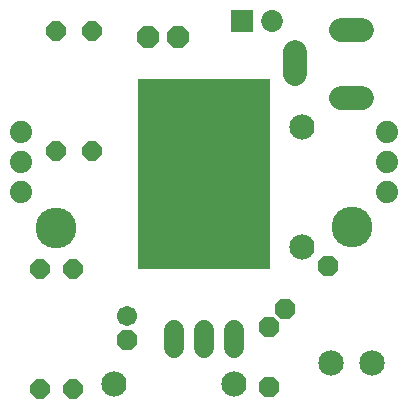
<source format=gts>
G04 EAGLE Gerber RS-274X export*
G75*
%MOMM*%
%FSLAX34Y34*%
%LPD*%
%INSoldermask Top*%
%IPPOS*%
%AMOC8*
5,1,8,0,0,1.08239X$1,22.5*%
G01*
%ADD10C,3.453200*%
%ADD11P,1.843527X8X292.500000*%
%ADD12C,1.703200*%
%ADD13C,2.133600*%
%ADD14C,1.727200*%
%ADD15C,2.153200*%
%ADD16P,1.767759X8X112.500000*%
%ADD17P,1.767759X8X292.500000*%
%ADD18C,2.003200*%
%ADD19P,1.843527X8X247.500000*%
%ADD20R,1.853200X1.853200*%
%ADD21C,1.853200*%
%ADD22C,1.879600*%
%ADD23P,2.034460X8X22.500000*%

G36*
X230020Y119242D02*
X230020Y119242D01*
X230039Y119240D01*
X230141Y119262D01*
X230243Y119279D01*
X230260Y119288D01*
X230280Y119292D01*
X230369Y119345D01*
X230460Y119394D01*
X230474Y119408D01*
X230491Y119418D01*
X230558Y119497D01*
X230630Y119572D01*
X230638Y119590D01*
X230651Y119605D01*
X230690Y119701D01*
X230733Y119795D01*
X230735Y119815D01*
X230743Y119833D01*
X230761Y120000D01*
X230761Y280000D01*
X230758Y280020D01*
X230760Y280039D01*
X230738Y280141D01*
X230722Y280243D01*
X230712Y280260D01*
X230708Y280280D01*
X230655Y280369D01*
X230606Y280460D01*
X230592Y280474D01*
X230582Y280491D01*
X230503Y280558D01*
X230428Y280630D01*
X230410Y280638D01*
X230395Y280651D01*
X230299Y280690D01*
X230205Y280733D01*
X230185Y280735D01*
X230167Y280743D01*
X230000Y280761D01*
X120000Y280761D01*
X119980Y280758D01*
X119961Y280760D01*
X119859Y280738D01*
X119757Y280722D01*
X119740Y280712D01*
X119720Y280708D01*
X119631Y280655D01*
X119540Y280606D01*
X119526Y280592D01*
X119509Y280582D01*
X119442Y280503D01*
X119371Y280428D01*
X119362Y280410D01*
X119349Y280395D01*
X119310Y280299D01*
X119267Y280205D01*
X119265Y280185D01*
X119257Y280167D01*
X119239Y280000D01*
X119239Y120000D01*
X119242Y119980D01*
X119240Y119961D01*
X119262Y119859D01*
X119279Y119757D01*
X119288Y119740D01*
X119292Y119720D01*
X119345Y119631D01*
X119394Y119540D01*
X119408Y119526D01*
X119418Y119509D01*
X119497Y119442D01*
X119572Y119371D01*
X119590Y119362D01*
X119605Y119349D01*
X119701Y119310D01*
X119795Y119267D01*
X119815Y119265D01*
X119833Y119257D01*
X120000Y119239D01*
X230000Y119239D01*
X230020Y119242D01*
G37*
D10*
X300000Y155000D03*
X50000Y154000D03*
X175000Y249000D03*
D11*
X110000Y59840D03*
D12*
X110000Y80160D03*
D11*
X230000Y70400D03*
X230000Y19600D03*
D13*
X258000Y239800D03*
X258000Y138200D03*
D14*
X149600Y68320D02*
X149600Y53080D01*
X175000Y53080D02*
X175000Y68320D01*
X200400Y68320D02*
X200400Y53080D01*
D15*
X317500Y40000D03*
X282500Y40000D03*
D16*
X36000Y18200D03*
X36000Y119800D03*
D17*
X64000Y119800D03*
X64000Y18200D03*
D18*
X291000Y322000D02*
X309000Y322000D01*
X309000Y264000D02*
X291000Y264000D01*
X252000Y285000D02*
X252000Y303000D01*
D19*
X279961Y121961D03*
X244039Y86039D03*
D20*
X207300Y330000D03*
D21*
X232700Y330000D03*
D22*
X330000Y210000D03*
X330000Y235400D03*
X330000Y184600D03*
X20000Y210000D03*
X20000Y184600D03*
X20000Y235400D03*
D17*
X50000Y320800D03*
X50000Y219200D03*
X80000Y320800D03*
X80000Y219200D03*
D23*
X127300Y316000D03*
X152700Y316000D03*
D13*
X99200Y22000D03*
X200800Y22000D03*
M02*

</source>
